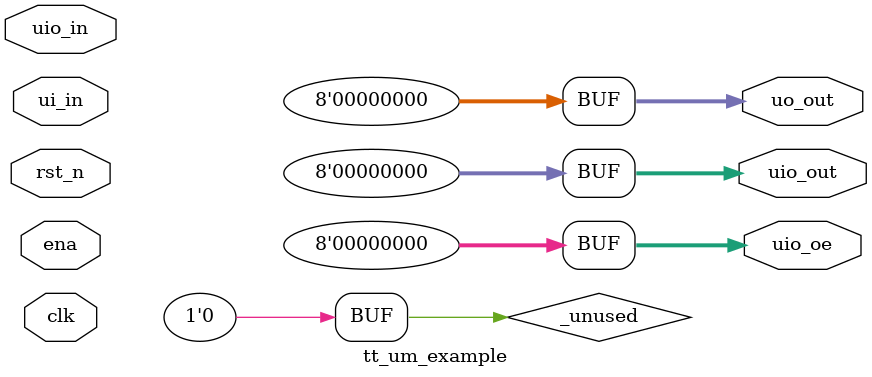
<source format=v>
/*
 * Copyright (c) 2024 Your Name
 * SPDX-License-Identifier: Apache-2.0
 */

// `default_nettype none

module tt_um_example (
    input  wire [7:0] ui_in,    // Dedicated inputs
    output wire [7:0] uo_out,   // Dedicated outputs
    input  wire [7:0] uio_in,   // IOs: Input path
    output wire [7:0] uio_out,  // IOs: Output path
    output wire [7:0] uio_oe,   // IOs: Enable path (active high: 0=input, 1=output)
    input  wire       ena,      // always 1 when the design is powered, so you can ignore it
    input  wire       clk,      // clock
    input  wire       rst_n     // reset_n - low to reset
);
  // tt_um_sub_bytes uut1 (.in_data(ui_in), .out_data(uo_out));
  
  // tt_um_aes_core_uart uut 
	// (
	// .clk(clk),
	// .reset(rst_n),
	// .uart_rx(ui_in[0]),
	// .aes_enable(ui_in[1]),
	// .uart_tx(uo_out[0]),
	// .frames_received(uo_out[1]),
	// .uart_tx_ready(uo_out[2])
	// );
	
	sbox uut (.data(uio_in), .dout(uio_out));
  // All output pins must be assigned. If not used, assign to 0.
  assign uio_out = 0;
  assign uo_out = 0;
  assign uio_oe  = 0;

  // List all unused inputs to prevent warnings
  wire _unused = &{ena, clk, rst_n, uio_in, 1'b0};

endmodule

</source>
